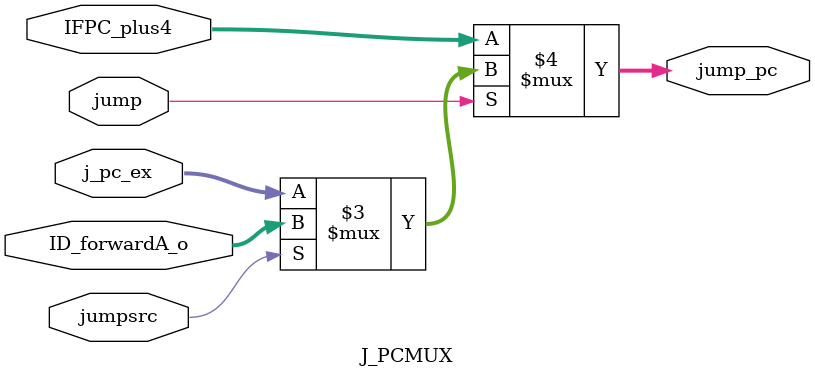
<source format=v>
`timescale 1ns / 1ps
module J_PCMUX(jump, jumpsrc, jump_pc, IFPC_plus4, j_pc_ex, ID_forwardA_o);
//input signals
input wire jump;
input wire jumpsrc;
input wire [31:0] IFPC_plus4;
input wire [31:0] j_pc_ex;
input wire [31:0] ID_forwardA_o;

//output signals
output wire [31:0] jump_pc;

assign jump_pc = (!jump) ? IFPC_plus4 : (!jumpsrc) ? j_pc_ex : ID_forwardA_o;

endmodule

</source>
